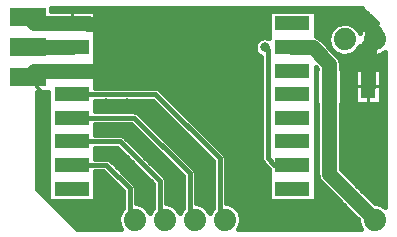
<source format=gtl>
G04 EasyPC Gerber Version 21.0.3 Build 4286 *
G04 #@! TF.Part,Single*
G04 #@! TF.FileFunction,Copper,L1,Top *
G04 #@! TF.FilePolarity,Positive *
%FSLAX35Y35*%
%MOIN*%
G04 #@! TA.AperFunction,SMDPad*
%ADD128R,0.05000X0.08000*%
G04 #@! TD.AperFunction*
%ADD15C,0.01000*%
%ADD71C,0.01500*%
%ADD79C,0.01600*%
G04 #@! TA.AperFunction,ViaPad*
%ADD85C,0.03189*%
%ADD86C,0.03962*%
%ADD129C,0.04800*%
G04 #@! TD.AperFunction*
%ADD23C,0.05000*%
G04 #@! TA.AperFunction,ViaPad*
%ADD130C,0.05827*%
G04 #@! TA.AperFunction,WasherPad*
%ADD17C,0.07400*%
G04 #@! TA.AperFunction,SMDPad*
%ADD126R,0.11811X0.04724*%
%ADD127R,0.12047X0.06000*%
X0Y0D02*
D02*
D15*
X19446Y56362D02*
X21599Y54209D01*
X31489Y61292D02*
X33967D01*
X31489Y78902D02*
Y81202D01*
X36894Y61292D02*
X39194D01*
X36894Y77040D02*
X39194D01*
X128300Y55981D02*
X126001D01*
X130300Y52481D02*
Y50182D01*
Y59481D02*
Y61780D01*
X132300Y55981D02*
X134599D01*
X132493Y68466D02*
Y66166D01*
Y74866D02*
Y77166D01*
D02*
D17*
X52493Y11627D03*
X62493D03*
X72493D03*
X82493D03*
X122493Y71666D03*
X132493Y11627D03*
Y71666D03*
D02*
D71*
X16800Y69009D02*
X17800D01*
Y69166*
X16957D02*
X16800Y69009D01*
X31489Y29796D02*
X42985D01*
X50800Y21981*
Y13320*
X52493Y11627*
X31489Y37670D02*
X47611D01*
X60800Y24481*
Y13320*
X62493Y11627*
X31489Y45544D02*
X52237D01*
X70800Y26981*
Y13320*
X72493Y11627*
X31489Y53418D02*
X59363D01*
X80800Y31981*
Y13320*
X82493Y11627*
X105111Y29796D02*
X98985D01*
X96800Y31981*
Y67981*
X95800Y68981*
D02*
D23*
X16800Y59202D02*
Y59009D01*
Y79009D02*
Y78981D01*
X18800Y76981*
X31430*
X31489Y77040*
Y61292D02*
X40017D01*
X41926Y59383*
X31489Y61292D02*
X18891D01*
X16800Y59009*
X31489Y69166D02*
X16957D01*
X31489Y77040D02*
X36800D01*
Y76859*
X41926*
X33967Y61292D02*
X31489D01*
X41926Y59383D02*
Y76859D01*
Y79855*
X117300Y55981D02*
Y26820D01*
X132493Y11627*
X117300Y55981D02*
Y63481D01*
X111800Y68981*
X105296*
X105111Y69166*
X130300Y55981D02*
Y69473D01*
X132493Y71666*
Y74288*
X127800Y78981*
X121800*
X120800Y79981*
X132800Y11934D02*
X132493Y11627D01*
D02*
D79*
X23784Y18020D02*
Y54209D01*
X20073*
X20084Y54013*
Y21720*
X23784Y18020*
X22186Y19618D02*
X23784D01*
X20588Y21216D02*
X23784D01*
X20084Y22814D02*
X23784D01*
X20084Y24412D02*
X23784D01*
X20084Y26010D02*
X23784D01*
X20084Y27608D02*
X23784D01*
X20084Y29206D02*
X23784D01*
X20084Y30804D02*
X23784D01*
X20084Y32402D02*
X23784D01*
X20084Y34000D02*
X23784D01*
X20084Y35598D02*
X23784D01*
X20084Y37196D02*
X23784D01*
X20084Y38794D02*
X23784D01*
X20084Y40393D02*
X23784D01*
X20084Y41991D02*
X23784D01*
X20084Y43589D02*
X23784D01*
X20084Y45187D02*
X23784D01*
X20084Y46785D02*
X23784D01*
X20084Y48383D02*
X23784D01*
X20084Y49981D02*
X23784D01*
X20084Y51579D02*
X23784D01*
X20084Y53177D02*
X23784D01*
X39194Y35530D02*
Y31937D01*
X42984*
X43224Y31923*
X43461Y31883*
X43691Y31817*
X43913Y31725*
X44124Y31609*
X44320Y31470*
X44499Y31310*
X52314Y23495*
X52474Y23316*
X52613Y23120*
X52729Y22910*
X52820Y22688*
X52887Y22457*
X52927Y22221*
X52941Y21981*
Y17109*
X53326Y17063*
X53708Y16991*
X54083Y16892*
X54451Y16767*
X54809Y16615*
X55156Y16439*
X55489Y16239*
X55807Y16017*
X56108Y15772*
X56392Y15506*
X56656Y15222*
X56899Y14919*
X57120Y14600*
X57319Y14266*
X57493Y13918*
X57676Y14281*
X57885Y14630*
X58120Y14963*
X58379Y15277*
X58659Y15571*
Y23594*
X46724Y35530*
X39194*
X57017Y14755D02*
X57969D01*
X55306Y16353D02*
X58659D01*
X52941Y17951D02*
X58659D01*
X52941Y19549D02*
X58659D01*
X52941Y21147D02*
X58659D01*
X52800Y22745D02*
X58659D01*
X51465Y24343D02*
X57911D01*
X49867Y25941D02*
X56313D01*
X48269Y27539D02*
X54715D01*
X46671Y29137D02*
X53117D01*
X45073Y30735D02*
X51519D01*
X39194Y32333D02*
X49920D01*
X39194Y33931D02*
X48322D01*
X39194Y43404D02*
Y39811D01*
X47610*
X47850Y39797*
X48087Y39757*
X48317Y39691*
X48539Y39599*
X48750Y39483*
X48946Y39344*
X49125Y39184*
X62314Y25995*
X62474Y25816*
X62613Y25620*
X62729Y25410*
X62820Y25188*
X62887Y24957*
X62927Y24721*
X62941Y24481*
Y17109*
X63326Y17063*
X63708Y16991*
X64083Y16892*
X64451Y16767*
X64809Y16615*
X65156Y16439*
X65489Y16239*
X65807Y16017*
X66108Y15772*
X66392Y15506*
X66656Y15222*
X66899Y14919*
X67120Y14600*
X67319Y14266*
X67493Y13918*
X67676Y14281*
X67885Y14630*
X68120Y14963*
X68379Y15277*
X68659Y15571*
Y26094*
X51350Y43404*
X39194*
X67095Y14639D02*
X67891D01*
X65493Y16237D02*
X68659D01*
X62941Y17835D02*
X68659D01*
X62941Y19433D02*
X68659D01*
X62941Y21031D02*
X68659D01*
X62941Y22629D02*
X68659D01*
X62941Y24227D02*
X68659D01*
X62466Y25825D02*
X68659D01*
X60885Y27423D02*
X67331D01*
X59287Y29021D02*
X65733D01*
X57689Y30619D02*
X64135D01*
X56091Y32217D02*
X62537D01*
X54493Y33815D02*
X60939D01*
X52895Y35413D02*
X59341D01*
X51297Y37011D02*
X57743D01*
X49699Y38609D02*
X56144D01*
X39194Y40207D02*
X54546D01*
X39194Y41806D02*
X52948D01*
X39194Y51278D02*
Y47685D01*
X52236*
X52476Y47671*
X52713Y47631*
X52943Y47565*
X53165Y47473*
X53376Y47357*
X53572Y47218*
X53751Y47058*
X72314Y28495*
X72474Y28316*
X72613Y28120*
X72729Y27910*
X72820Y27688*
X72887Y27457*
X72927Y27221*
X72941Y26981*
Y17109*
X73326Y17063*
X73708Y16991*
X74083Y16892*
X74451Y16767*
X74809Y16615*
X75156Y16439*
X75489Y16239*
X75807Y16017*
X76108Y15772*
X76392Y15506*
X76656Y15222*
X76899Y14919*
X77120Y14600*
X77319Y14266*
X77493Y13918*
X77676Y14281*
X77885Y14630*
X78120Y14963*
X78379Y15277*
X78659Y15571*
Y31094*
X58476Y51278*
X39194*
X77169Y14523D02*
X77817D01*
X75664Y16121D02*
X78659D01*
X72941Y17719D02*
X78659D01*
X72941Y19317D02*
X78659D01*
X72941Y20915D02*
X78659D01*
X72941Y22513D02*
X78659D01*
X72941Y24111D02*
X78659D01*
X72941Y25709D02*
X78659D01*
X72915Y27307D02*
X78659D01*
X71904Y28905D02*
X78659D01*
X70306Y30503D02*
X78659D01*
X68707Y32101D02*
X77653D01*
X67109Y33699D02*
X76055D01*
X65511Y35297D02*
X74457D01*
X63913Y36895D02*
X72859D01*
X62315Y38493D02*
X71261D01*
X60717Y40091D02*
X69663D01*
X59119Y41689D02*
X68065D01*
X57521Y43287D02*
X66467D01*
X55923Y44885D02*
X64869D01*
X54325Y46483D02*
X63270D01*
X39194Y48081D02*
X61672D01*
X39194Y49680D02*
X60074D01*
X47975Y8490D02*
X47756Y8832D01*
X47562Y9190*
X47395Y9561*
X47257Y9944*
X47146Y10336*
X47066Y10735*
X47015Y11139*
X46993Y11545*
X47002Y11952*
X47041Y12357*
X47110Y12759*
X47209Y13154*
X47336Y13540*
X47492Y13916*
X47675Y14280*
X47884Y14629*
X48119Y14962*
X48378Y15276*
X48659Y15571*
Y21094*
X42098Y27656*
X39194*
Y17761*
X24044*
X33315Y8490*
X47975*
X33315D02*
X47975D01*
X31717Y10088D02*
X47213D01*
X30119Y11686D02*
X46993D01*
X28520Y13284D02*
X47248D01*
X26922Y14882D02*
X48059D01*
X25324Y16480D02*
X48659D01*
X39194Y18078D02*
X48659D01*
X39194Y19676D02*
X48659D01*
X39194Y21274D02*
X48480D01*
X39194Y22872D02*
X46882D01*
X39194Y24470D02*
X45284D01*
X39194Y26068D02*
X43686D01*
X87011Y8490D02*
X127975D01*
X127774Y8801*
X127595Y9125*
X127437Y9461*
X127303Y9806*
X127192Y10159*
X127106Y10520*
X127043Y10885*
X127006Y11254*
X126993Y11625*
X114549Y24069*
X114320Y24319*
X114113Y24588*
X113931Y24874*
X113774Y25176*
X113644Y25489*
X113542Y25813*
X113469Y26144*
X113424Y26481*
X113409Y26820*
Y50182*
X113001*
Y61780*
X113409*
Y61870*
X112816Y62463*
Y17761*
X97406*
Y28348*
X95286Y30467*
X95126Y30646*
X94987Y30842*
X94871Y31052*
X94780Y31274*
X94713Y31505*
X94673Y31741*
X94659Y31981*
Y65783*
X94363Y65905*
X94079Y66054*
X93811Y66230*
X93560Y66430*
X93329Y66652*
X93120Y66896*
X92936Y67158*
X92777Y67436*
X92644Y67728*
X92541Y68031*
X92465Y68343*
X92420Y68661*
X92405Y68981*
X92420Y69299*
X92464Y69615*
X92538Y69924*
X92641Y70225*
X92771Y70516*
X92928Y70793*
X93111Y71054*
X93317Y71296*
X93544Y71519*
X93792Y71719*
X94057Y71895*
X94338Y72045*
X94631Y72169*
X94935Y72264*
X95246Y72331*
X95563Y72368*
X95881Y72375*
X96198Y72353*
X96513Y72301*
X96820Y72219*
X97119Y72109*
X97406Y71972*
Y81202*
X112816*
Y72737*
X113138Y72634*
X113450Y72504*
X113749Y72348*
X114034Y72166*
X114302Y71960*
X114551Y71732*
X120051Y66232*
X120280Y65982*
X120487Y65713*
X120669Y65426*
X120826Y65125*
X120956Y64812*
X121058Y64488*
X121131Y64157*
X121176Y63820*
X121191Y63481*
Y61780*
X121599*
Y50182*
X121191*
Y28431*
X132495Y17127*
X132877Y17113*
X133257Y17074*
X133633Y17007*
X134004Y16915*
X134367Y16798*
X134722Y16655*
X135065Y16488*
X135396Y16298*
X135714Y16085*
X136016Y15850*
Y67443*
X135696Y67195*
X135360Y66972*
X135008Y66775*
X134642Y66604*
X134265Y66459*
X133878Y66343*
X133483Y66256*
X133084Y66198*
X132681Y66169*
X132277Y66170*
X131874Y66201*
X131475Y66261*
X131081Y66350*
X130695Y66468*
X130319Y66614*
X129954Y66787*
X129603Y66987*
X129267Y67212*
X128949Y67461*
X128650Y67732*
X128372Y68024*
X128115Y68337*
X127883Y68667*
X127675Y69013*
X127493Y69375*
X127306Y69005*
X127093Y68650*
X126852Y68313*
X126588Y67994*
X126300Y67696*
X125991Y67421*
X125661Y67170*
X125314Y66944*
X124950Y66746*
X124573Y66575*
X124184Y66433*
X123785Y66320*
X123380Y66238*
X122969Y66187*
X122555Y66167*
X122141Y66178*
X121728Y66220*
X121320Y66293*
X120919Y66396*
X120527Y66530*
X120146Y66692*
X119778Y66883*
X119426Y67100*
X119091Y67344*
X118775Y67612*
X118481Y67904*
X118209Y68216*
X117961Y68548*
X117740Y68898*
X117545Y69264*
X117378Y69643*
X117240Y70034*
X117132Y70434*
X117055Y70841*
X117008Y71252*
X116993Y71666*
X117009Y72080*
X117056Y72491*
X117133Y72898*
X117241Y73298*
X117379Y73689*
X117545Y74068*
X117740Y74433*
X117962Y74783*
X118209Y75115*
X118481Y75428*
X118775Y75719*
X119091Y75987*
X119426Y76231*
X119778Y76449*
X120146Y76639*
X120527Y76802*
X120919Y76935*
X121320Y77039*
X121728Y77112*
X122140Y77154*
X122554Y77165*
X122968Y77145*
X123379Y77094*
X123785Y77012*
X124183Y76900*
X124572Y76757*
X124950Y76587*
X125313Y76388*
X125660Y76162*
X125990Y75911*
X126299Y75636*
X126587Y75338*
X126852Y75020*
X127092Y74682*
X127306Y74328*
X127493Y73957*
X127676Y74320*
X127885Y74669*
X128119Y75001*
X128378Y75315*
X128658Y75609*
X128960Y75881*
X129281Y76131*
X129619Y76356*
X129974Y76556*
X130342Y76729*
X130722Y76874*
X131111Y76990*
X131508Y77078*
X131910Y77135*
X132316Y77163*
X132722Y77161*
X133128Y77129*
X128061Y82197*
X24623*
Y81202*
X39194*
Y55559*
X59362*
X59602Y55545*
X59839Y55505*
X60069Y55439*
X60291Y55347*
X60502Y55231*
X60698Y55092*
X60877Y54932*
X82314Y33495*
X82474Y33316*
X82613Y33120*
X82729Y32910*
X82820Y32688*
X82887Y32457*
X82927Y32221*
X82941Y31981*
Y17109*
X83349Y17060*
X83753Y16981*
X84150Y16872*
X84538Y16733*
X84914Y16566*
X85276Y16371*
X85623Y16150*
X85953Y15903*
X86263Y15632*
X86552Y15339*
X86818Y15025*
X87060Y14692*
X87277Y14342*
X87467Y13976*
X87628Y13598*
X87761Y13208*
X87865Y12809*
X87938Y12404*
X87981Y11995*
X87993Y11583*
X87975Y11172*
X87926Y10763*
X87846Y10359*
X87736Y9963*
X87597Y9575*
X87429Y9199*
X87234Y8837*
X87011Y8490*
X126001Y61780D02*
X134599D01*
Y50182*
X126001*
Y61780*
X87011Y8490D02*
X127975D01*
X87773Y10088D02*
X127213D01*
X87993Y11686D02*
X126932D01*
X87737Y13284D02*
X125334D01*
X86926Y14882D02*
X123736D01*
X85081Y16480D02*
X122138D01*
X135081D02*
X136016D01*
X82941Y18078D02*
X97406D01*
X112816D02*
X120539D01*
X131544D02*
X136016D01*
X82941Y19676D02*
X97406D01*
X112816D02*
X118941D01*
X129946D02*
X136016D01*
X82941Y21274D02*
X97406D01*
X112816D02*
X117343D01*
X128348D02*
X136016D01*
X82941Y22872D02*
X97406D01*
X112816D02*
X115745D01*
X126750D02*
X136016D01*
X82941Y24470D02*
X97406D01*
X112816D02*
X114199D01*
X125152D02*
X136016D01*
X82941Y26068D02*
X97406D01*
X112816D02*
X113483D01*
X123554D02*
X136016D01*
X82941Y27666D02*
X97406D01*
X112816D02*
X113409D01*
X121956D02*
X136016D01*
X82941Y29264D02*
X96490D01*
X112816D02*
X113409D01*
X121191D02*
X136016D01*
X82941Y30862D02*
X94975D01*
X112816D02*
X113409D01*
X121191D02*
X136016D01*
X82886Y32460D02*
X94659D01*
X112816D02*
X113409D01*
X121191D02*
X136016D01*
X81750Y34058D02*
X94659D01*
X112816D02*
X113409D01*
X121191D02*
X136016D01*
X80152Y35656D02*
X94659D01*
X112816D02*
X113409D01*
X121191D02*
X136016D01*
X78554Y37254D02*
X94659D01*
X112816D02*
X113409D01*
X121191D02*
X136016D01*
X76956Y38852D02*
X94659D01*
X112816D02*
X113409D01*
X121191D02*
X136016D01*
X75358Y40450D02*
X94659D01*
X112816D02*
X113409D01*
X121191D02*
X136016D01*
X73760Y42048D02*
X94659D01*
X112816D02*
X113409D01*
X121191D02*
X136016D01*
X72162Y43646D02*
X94659D01*
X112816D02*
X113409D01*
X121191D02*
X136016D01*
X70564Y45244D02*
X94659D01*
X112816D02*
X113409D01*
X121191D02*
X136016D01*
X68966Y46843D02*
X94659D01*
X112816D02*
X113409D01*
X121191D02*
X136016D01*
X67368Y48441D02*
X94659D01*
X112816D02*
X113409D01*
X121191D02*
X136016D01*
X65770Y50039D02*
X94659D01*
X112816D02*
X113409D01*
X121191D02*
X136016D01*
X64172Y51637D02*
X94659D01*
X112816D02*
X113001D01*
X121599D02*
X126001D01*
X134599D02*
X136016D01*
X62574Y53235D02*
X94659D01*
X112816D02*
X113001D01*
X121599D02*
X126001D01*
X134599D02*
X136016D01*
X60976Y54833D02*
X94659D01*
X112816D02*
X113001D01*
X121599D02*
X126001D01*
X134599D02*
X136016D01*
X39194Y56431D02*
X94659D01*
X112816D02*
X113001D01*
X121599D02*
X126001D01*
X134599D02*
X136016D01*
X39194Y58029D02*
X94659D01*
X112816D02*
X113001D01*
X121599D02*
X126001D01*
X134599D02*
X136016D01*
X39194Y59627D02*
X94659D01*
X112816D02*
X113001D01*
X121599D02*
X126001D01*
X134599D02*
X136016D01*
X39194Y61225D02*
X94659D01*
X112816D02*
X113001D01*
X121599D02*
X126001D01*
X134599D02*
X136016D01*
X39194Y62823D02*
X94659D01*
X121191D02*
X136016D01*
X39194Y64421D02*
X94659D01*
X121076D02*
X136016D01*
X39194Y66019D02*
X94141D01*
X120249D02*
X136016D01*
X39194Y67617D02*
X92691D01*
X118667D02*
X118771D01*
X126215D02*
X128771D01*
X39194Y69215D02*
X92413D01*
X117069D02*
X117569D01*
X127417D02*
X127569D01*
X39194Y70813D02*
X92941D01*
X115470D02*
X117059D01*
X39194Y72411D02*
X97406D01*
X113636D02*
X117044D01*
X39194Y74009D02*
X97406D01*
X112816D02*
X117517D01*
X127469D02*
X127517D01*
X39194Y75607D02*
X97406D01*
X112816D02*
X118656D01*
X126330D02*
X128657D01*
X39194Y77205D02*
X97406D01*
X112816D02*
X133052D01*
X39194Y78803D02*
X97406D01*
X112816D02*
X131454D01*
X39194Y80401D02*
X97406D01*
X112816D02*
X129857D01*
X24623Y81999D02*
X128259D01*
D02*
D85*
X95800Y68981D03*
D02*
D86*
X16800Y58981D03*
Y78981D03*
X21800Y40981D03*
X36800Y12981D03*
X41926Y66272D03*
X42052Y73162D03*
X43036Y21981D03*
Y49981D03*
X43800Y33981D03*
Y41981D03*
X49434Y73162D03*
Y79981D03*
X49926Y49981D03*
Y59383D03*
Y66272D03*
X50800Y27981D03*
X52800Y38981D03*
X55800Y21981D03*
X56800Y47981D03*
X57308Y59383D03*
Y66272D03*
Y73162D03*
Y79981D03*
X57800Y32981D03*
X61800Y42981D03*
X63800Y27981D03*
X64690Y73162D03*
Y79981D03*
X65182Y52493D03*
Y66272D03*
X65674Y21981D03*
X65800Y58981D03*
X67800Y37729D03*
X72564Y45603D03*
Y52493D03*
Y59383D03*
Y66272D03*
Y73162D03*
Y79981D03*
X74800Y29855D03*
X75800Y21981D03*
X76800Y40981D03*
X80438Y73162D03*
Y79981D03*
X80930Y45603D03*
Y52493D03*
Y59383D03*
Y66272D03*
X81422Y37729D03*
X86800Y45603D03*
Y52493D03*
Y59383D03*
Y66272D03*
X86926Y73162D03*
Y79981D03*
X87288Y29855D03*
X87292Y21981D03*
Y37729D03*
X92800Y45603D03*
Y52493D03*
Y59383D03*
Y64981D03*
X92926Y73981D03*
Y79981D03*
X93288Y29981D03*
X93292Y21981D03*
Y37729D03*
X103800Y11981D03*
X118800D03*
X128800Y27981D03*
Y45981D03*
D02*
D126*
X31489Y21922D03*
Y29796D03*
Y37670D03*
Y45544D03*
Y53418D03*
Y61292D03*
Y69166D03*
Y77040D03*
X105111Y21922D03*
Y29796D03*
Y37670D03*
Y45544D03*
Y53418D03*
Y61292D03*
Y69166D03*
Y77040D03*
D02*
D127*
X16800Y59009D03*
Y69009D03*
Y79009D03*
D02*
D128*
X117300Y55981D03*
X130300D03*
D02*
D129*
X41926Y59383D03*
Y79855D03*
X120800Y79981D03*
D02*
D130*
X17800Y69166D03*
X0Y0D02*
M02*

</source>
